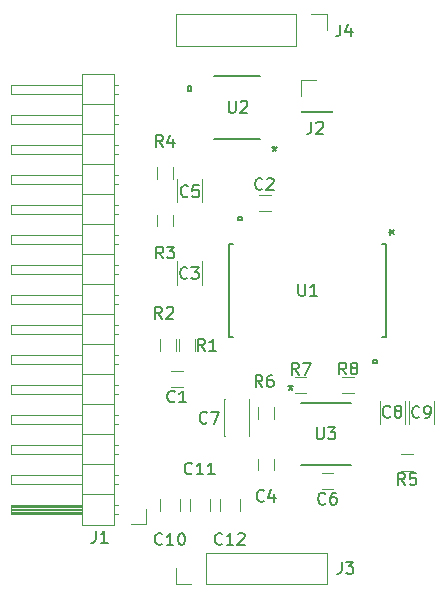
<source format=gto>
%TF.GenerationSoftware,KiCad,Pcbnew,(5.1.6-0-10_14)*%
%TF.CreationDate,2020-09-10T12:25:10+09:00*%
%TF.ProjectId,qPCR-photosensing,71504352-2d70-4686-9f74-6f73656e7369,rev?*%
%TF.SameCoordinates,Original*%
%TF.FileFunction,Legend,Top*%
%TF.FilePolarity,Positive*%
%FSLAX46Y46*%
G04 Gerber Fmt 4.6, Leading zero omitted, Abs format (unit mm)*
G04 Created by KiCad (PCBNEW (5.1.6-0-10_14)) date 2020-09-10 12:25:10*
%MOMM*%
%LPD*%
G01*
G04 APERTURE LIST*
%ADD10C,0.120000*%
%ADD11C,0.152400*%
%ADD12C,0.150000*%
G04 APERTURE END LIST*
D10*
%TO.C,C1*%
X91400000Y-93320000D02*
X92400000Y-93320000D01*
X92400000Y-94680000D02*
X91400000Y-94680000D01*
%TO.C,C2*%
X98870800Y-78358200D02*
X99870800Y-78358200D01*
X99870800Y-79718200D02*
X98870800Y-79718200D01*
%TO.C,C3*%
X91930000Y-86000000D02*
X91930000Y-84000000D01*
X94070000Y-84000000D02*
X94070000Y-86000000D01*
%TO.C,C4*%
X100124300Y-100705000D02*
X100124300Y-101705000D01*
X98764300Y-101705000D02*
X98764300Y-100705000D01*
%TO.C,C5*%
X94070000Y-77000000D02*
X94070000Y-79000000D01*
X91930000Y-79000000D02*
X91930000Y-77000000D01*
%TO.C,C6*%
X104169000Y-101939000D02*
X105169000Y-101939000D01*
X105169000Y-103299000D02*
X104169000Y-103299000D01*
%TO.C,C7*%
X97996000Y-95690000D02*
X98060000Y-95690000D01*
X95940000Y-95690000D02*
X96004000Y-95690000D01*
X97996000Y-98810000D02*
X98060000Y-98810000D01*
X95940000Y-98810000D02*
X96004000Y-98810000D01*
X98060000Y-98810000D02*
X98060000Y-95690000D01*
X95940000Y-98810000D02*
X95940000Y-95690000D01*
%TO.C,C8*%
X111233000Y-95821500D02*
X111233000Y-97821500D01*
X109093000Y-97821500D02*
X109093000Y-95821500D01*
%TO.C,C9*%
X111582000Y-97821500D02*
X111582000Y-95821500D01*
X113722000Y-95821500D02*
X113722000Y-97821500D01*
%TO.C,J1*%
X89270000Y-106270000D02*
X88000000Y-106270000D01*
X89270000Y-105000000D02*
X89270000Y-106270000D01*
X86957071Y-69060000D02*
X86560000Y-69060000D01*
X86957071Y-69820000D02*
X86560000Y-69820000D01*
X77900000Y-69060000D02*
X83900000Y-69060000D01*
X77900000Y-69820000D02*
X77900000Y-69060000D01*
X83900000Y-69820000D02*
X77900000Y-69820000D01*
X86560000Y-70710000D02*
X83900000Y-70710000D01*
X86957071Y-71600000D02*
X86560000Y-71600000D01*
X86957071Y-72360000D02*
X86560000Y-72360000D01*
X77900000Y-71600000D02*
X83900000Y-71600000D01*
X77900000Y-72360000D02*
X77900000Y-71600000D01*
X83900000Y-72360000D02*
X77900000Y-72360000D01*
X86560000Y-73250000D02*
X83900000Y-73250000D01*
X86957071Y-74140000D02*
X86560000Y-74140000D01*
X86957071Y-74900000D02*
X86560000Y-74900000D01*
X77900000Y-74140000D02*
X83900000Y-74140000D01*
X77900000Y-74900000D02*
X77900000Y-74140000D01*
X83900000Y-74900000D02*
X77900000Y-74900000D01*
X86560000Y-75790000D02*
X83900000Y-75790000D01*
X86957071Y-76680000D02*
X86560000Y-76680000D01*
X86957071Y-77440000D02*
X86560000Y-77440000D01*
X77900000Y-76680000D02*
X83900000Y-76680000D01*
X77900000Y-77440000D02*
X77900000Y-76680000D01*
X83900000Y-77440000D02*
X77900000Y-77440000D01*
X86560000Y-78330000D02*
X83900000Y-78330000D01*
X86957071Y-79220000D02*
X86560000Y-79220000D01*
X86957071Y-79980000D02*
X86560000Y-79980000D01*
X77900000Y-79220000D02*
X83900000Y-79220000D01*
X77900000Y-79980000D02*
X77900000Y-79220000D01*
X83900000Y-79980000D02*
X77900000Y-79980000D01*
X86560000Y-80870000D02*
X83900000Y-80870000D01*
X86957071Y-81760000D02*
X86560000Y-81760000D01*
X86957071Y-82520000D02*
X86560000Y-82520000D01*
X77900000Y-81760000D02*
X83900000Y-81760000D01*
X77900000Y-82520000D02*
X77900000Y-81760000D01*
X83900000Y-82520000D02*
X77900000Y-82520000D01*
X86560000Y-83410000D02*
X83900000Y-83410000D01*
X86957071Y-84300000D02*
X86560000Y-84300000D01*
X86957071Y-85060000D02*
X86560000Y-85060000D01*
X77900000Y-84300000D02*
X83900000Y-84300000D01*
X77900000Y-85060000D02*
X77900000Y-84300000D01*
X83900000Y-85060000D02*
X77900000Y-85060000D01*
X86560000Y-85950000D02*
X83900000Y-85950000D01*
X86957071Y-86840000D02*
X86560000Y-86840000D01*
X86957071Y-87600000D02*
X86560000Y-87600000D01*
X77900000Y-86840000D02*
X83900000Y-86840000D01*
X77900000Y-87600000D02*
X77900000Y-86840000D01*
X83900000Y-87600000D02*
X77900000Y-87600000D01*
X86560000Y-88490000D02*
X83900000Y-88490000D01*
X86957071Y-89380000D02*
X86560000Y-89380000D01*
X86957071Y-90140000D02*
X86560000Y-90140000D01*
X77900000Y-89380000D02*
X83900000Y-89380000D01*
X77900000Y-90140000D02*
X77900000Y-89380000D01*
X83900000Y-90140000D02*
X77900000Y-90140000D01*
X86560000Y-91030000D02*
X83900000Y-91030000D01*
X86957071Y-91920000D02*
X86560000Y-91920000D01*
X86957071Y-92680000D02*
X86560000Y-92680000D01*
X77900000Y-91920000D02*
X83900000Y-91920000D01*
X77900000Y-92680000D02*
X77900000Y-91920000D01*
X83900000Y-92680000D02*
X77900000Y-92680000D01*
X86560000Y-93570000D02*
X83900000Y-93570000D01*
X86957071Y-94460000D02*
X86560000Y-94460000D01*
X86957071Y-95220000D02*
X86560000Y-95220000D01*
X77900000Y-94460000D02*
X83900000Y-94460000D01*
X77900000Y-95220000D02*
X77900000Y-94460000D01*
X83900000Y-95220000D02*
X77900000Y-95220000D01*
X86560000Y-96110000D02*
X83900000Y-96110000D01*
X86957071Y-97000000D02*
X86560000Y-97000000D01*
X86957071Y-97760000D02*
X86560000Y-97760000D01*
X77900000Y-97000000D02*
X83900000Y-97000000D01*
X77900000Y-97760000D02*
X77900000Y-97000000D01*
X83900000Y-97760000D02*
X77900000Y-97760000D01*
X86560000Y-98650000D02*
X83900000Y-98650000D01*
X86957071Y-99540000D02*
X86560000Y-99540000D01*
X86957071Y-100300000D02*
X86560000Y-100300000D01*
X77900000Y-99540000D02*
X83900000Y-99540000D01*
X77900000Y-100300000D02*
X77900000Y-99540000D01*
X83900000Y-100300000D02*
X77900000Y-100300000D01*
X86560000Y-101190000D02*
X83900000Y-101190000D01*
X86957071Y-102080000D02*
X86560000Y-102080000D01*
X86957071Y-102840000D02*
X86560000Y-102840000D01*
X77900000Y-102080000D02*
X83900000Y-102080000D01*
X77900000Y-102840000D02*
X77900000Y-102080000D01*
X83900000Y-102840000D02*
X77900000Y-102840000D01*
X86560000Y-103730000D02*
X83900000Y-103730000D01*
X86890000Y-104620000D02*
X86560000Y-104620000D01*
X86890000Y-105380000D02*
X86560000Y-105380000D01*
X83900000Y-104720000D02*
X77900000Y-104720000D01*
X83900000Y-104840000D02*
X77900000Y-104840000D01*
X83900000Y-104960000D02*
X77900000Y-104960000D01*
X83900000Y-105080000D02*
X77900000Y-105080000D01*
X83900000Y-105200000D02*
X77900000Y-105200000D01*
X83900000Y-105320000D02*
X77900000Y-105320000D01*
X77900000Y-104620000D02*
X83900000Y-104620000D01*
X77900000Y-105380000D02*
X77900000Y-104620000D01*
X83900000Y-105380000D02*
X77900000Y-105380000D01*
X83900000Y-106330000D02*
X86560000Y-106330000D01*
X83900000Y-68110000D02*
X83900000Y-106330000D01*
X86560000Y-68110000D02*
X83900000Y-68110000D01*
X86560000Y-106330000D02*
X86560000Y-68110000D01*
%TO.C,J3*%
X91808000Y-111330000D02*
X91808000Y-110000000D01*
X93138000Y-111330000D02*
X91808000Y-111330000D01*
X94408000Y-111330000D02*
X94408000Y-108670000D01*
X94408000Y-108670000D02*
X104628000Y-108670000D01*
X94408000Y-111330000D02*
X104628000Y-111330000D01*
X104628000Y-111330000D02*
X104628000Y-108670000D01*
%TO.C,J4*%
X91808000Y-63110000D02*
X91808000Y-65770000D01*
X102028000Y-63110000D02*
X91808000Y-63110000D01*
X102028000Y-65770000D02*
X91808000Y-65770000D01*
X102028000Y-63110000D02*
X102028000Y-65770000D01*
X103298000Y-63110000D02*
X104628000Y-63110000D01*
X104628000Y-63110000D02*
X104628000Y-64440000D01*
%TO.C,R1*%
X92085600Y-91600000D02*
X92085600Y-90600000D01*
X93445600Y-90600000D02*
X93445600Y-91600000D01*
%TO.C,R2*%
X90510800Y-91600000D02*
X90510800Y-90600000D01*
X91870800Y-90600000D02*
X91870800Y-91600000D01*
%TO.C,R3*%
X91555100Y-80057800D02*
X91555100Y-81057800D01*
X90195100Y-81057800D02*
X90195100Y-80057800D01*
%TO.C,R4*%
X91555100Y-76019200D02*
X91555100Y-77019200D01*
X90195100Y-77019200D02*
X90195100Y-76019200D01*
%TO.C,R5*%
X110900000Y-100364000D02*
X111900000Y-100364000D01*
X111900000Y-101724000D02*
X110900000Y-101724000D01*
%TO.C,R6*%
X98764300Y-97378900D02*
X98764300Y-96378900D01*
X100124300Y-96378900D02*
X100124300Y-97378900D01*
%TO.C,R7*%
X101891000Y-93785900D02*
X102891000Y-93785900D01*
X102891000Y-95145900D02*
X101891000Y-95145900D01*
%TO.C,R8*%
X105922000Y-93785900D02*
X106922000Y-93785900D01*
X106922000Y-95145900D02*
X105922000Y-95145900D01*
D11*
%TO.C,U1*%
X96340600Y-82530700D02*
X96340600Y-90379300D01*
X96340600Y-90379300D02*
X96642860Y-90379300D01*
X109599400Y-90379300D02*
X109599400Y-82530700D01*
X109599400Y-82530700D02*
X109297140Y-82530700D01*
X96642860Y-82530700D02*
X96340600Y-82530700D01*
X109297140Y-90379300D02*
X109599400Y-90379300D01*
X97445500Y-80270100D02*
X97064500Y-80270100D01*
X97064500Y-80270100D02*
X97064500Y-80524100D01*
X97064500Y-80524100D02*
X97445500Y-80524100D01*
X97445500Y-80524100D02*
X97445500Y-80270100D01*
X108875500Y-92639900D02*
X108494500Y-92639900D01*
X108494500Y-92639900D02*
X108494500Y-92385900D01*
X108494500Y-92385900D02*
X108875500Y-92385900D01*
X108875500Y-92385900D02*
X108875500Y-92639900D01*
%TO.C,U2*%
X98941024Y-68320300D02*
X95058976Y-68320300D01*
X95058976Y-73679700D02*
X98941024Y-73679700D01*
X92834400Y-69565499D02*
X92834400Y-69184499D01*
X92834400Y-69184499D02*
X93088400Y-69184499D01*
X93088400Y-69184499D02*
X93088400Y-69565499D01*
X93088400Y-69565499D02*
X92834400Y-69565499D01*
%TO.C,U3*%
X102403100Y-101235000D02*
X106644900Y-101235000D01*
X106644900Y-95977200D02*
X102403100Y-95977200D01*
D10*
%TO.C,J2*%
X102391000Y-68670000D02*
X103721000Y-68670000D01*
X102391000Y-70000000D02*
X102391000Y-68670000D01*
X102391000Y-71270000D02*
X105051000Y-71270000D01*
X105051000Y-71270000D02*
X105051000Y-71330000D01*
X102391000Y-71270000D02*
X102391000Y-71330000D01*
X102391000Y-71330000D02*
X105051000Y-71330000D01*
%TO.C,C10*%
X90463000Y-104123000D02*
X90463000Y-105123000D01*
X92163000Y-105123000D02*
X92163000Y-104123000D01*
%TO.C,C11*%
X94703000Y-105123000D02*
X94703000Y-104123000D01*
X93003000Y-104123000D02*
X93003000Y-105123000D01*
%TO.C,C12*%
X95543000Y-104123000D02*
X95543000Y-105123000D01*
X97243000Y-105123000D02*
X97243000Y-104123000D01*
%TO.C,C1*%
D12*
X91738153Y-95863682D02*
X91690534Y-95911301D01*
X91547677Y-95958920D01*
X91452439Y-95958920D01*
X91309581Y-95911301D01*
X91214343Y-95816063D01*
X91166724Y-95720825D01*
X91119105Y-95530349D01*
X91119105Y-95387492D01*
X91166724Y-95197016D01*
X91214343Y-95101778D01*
X91309581Y-95006540D01*
X91452439Y-94958920D01*
X91547677Y-94958920D01*
X91690534Y-95006540D01*
X91738153Y-95054159D01*
X92690534Y-95958920D02*
X92119105Y-95958920D01*
X92404820Y-95958920D02*
X92404820Y-94958920D01*
X92309581Y-95101778D01*
X92214343Y-95197016D01*
X92119105Y-95244635D01*
%TO.C,C2*%
X99154953Y-77865242D02*
X99107334Y-77912861D01*
X98964477Y-77960480D01*
X98869239Y-77960480D01*
X98726381Y-77912861D01*
X98631143Y-77817623D01*
X98583524Y-77722385D01*
X98535905Y-77531909D01*
X98535905Y-77389052D01*
X98583524Y-77198576D01*
X98631143Y-77103338D01*
X98726381Y-77008100D01*
X98869239Y-76960480D01*
X98964477Y-76960480D01*
X99107334Y-77008100D01*
X99154953Y-77055719D01*
X99535905Y-77055719D02*
X99583524Y-77008100D01*
X99678762Y-76960480D01*
X99916858Y-76960480D01*
X100012096Y-77008100D01*
X100059715Y-77055719D01*
X100107334Y-77150957D01*
X100107334Y-77246195D01*
X100059715Y-77389052D01*
X99488286Y-77960480D01*
X100107334Y-77960480D01*
%TO.C,C3*%
X92797333Y-85401422D02*
X92749714Y-85449041D01*
X92606857Y-85496660D01*
X92511619Y-85496660D01*
X92368761Y-85449041D01*
X92273523Y-85353803D01*
X92225904Y-85258565D01*
X92178285Y-85068089D01*
X92178285Y-84925232D01*
X92225904Y-84734756D01*
X92273523Y-84639518D01*
X92368761Y-84544280D01*
X92511619Y-84496660D01*
X92606857Y-84496660D01*
X92749714Y-84544280D01*
X92797333Y-84591899D01*
X93130666Y-84496660D02*
X93749714Y-84496660D01*
X93416380Y-84877613D01*
X93559238Y-84877613D01*
X93654476Y-84925232D01*
X93702095Y-84972851D01*
X93749714Y-85068089D01*
X93749714Y-85306184D01*
X93702095Y-85401422D01*
X93654476Y-85449041D01*
X93559238Y-85496660D01*
X93273523Y-85496660D01*
X93178285Y-85449041D01*
X93130666Y-85401422D01*
%TO.C,C4*%
X99289573Y-104266002D02*
X99241954Y-104313621D01*
X99099097Y-104361240D01*
X99003859Y-104361240D01*
X98861001Y-104313621D01*
X98765763Y-104218383D01*
X98718144Y-104123145D01*
X98670525Y-103932669D01*
X98670525Y-103789812D01*
X98718144Y-103599336D01*
X98765763Y-103504098D01*
X98861001Y-103408860D01*
X99003859Y-103361240D01*
X99099097Y-103361240D01*
X99241954Y-103408860D01*
X99289573Y-103456479D01*
X100146716Y-103694574D02*
X100146716Y-104361240D01*
X99908620Y-103313621D02*
X99670525Y-104027907D01*
X100289573Y-104027907D01*
%TO.C,C5*%
X92848133Y-78477382D02*
X92800514Y-78525001D01*
X92657657Y-78572620D01*
X92562419Y-78572620D01*
X92419561Y-78525001D01*
X92324323Y-78429763D01*
X92276704Y-78334525D01*
X92229085Y-78144049D01*
X92229085Y-78001192D01*
X92276704Y-77810716D01*
X92324323Y-77715478D01*
X92419561Y-77620240D01*
X92562419Y-77572620D01*
X92657657Y-77572620D01*
X92800514Y-77620240D01*
X92848133Y-77667859D01*
X93752895Y-77572620D02*
X93276704Y-77572620D01*
X93229085Y-78048811D01*
X93276704Y-78001192D01*
X93371942Y-77953573D01*
X93610038Y-77953573D01*
X93705276Y-78001192D01*
X93752895Y-78048811D01*
X93800514Y-78144049D01*
X93800514Y-78382144D01*
X93752895Y-78477382D01*
X93705276Y-78525001D01*
X93610038Y-78572620D01*
X93371942Y-78572620D01*
X93276704Y-78525001D01*
X93229085Y-78477382D01*
%TO.C,C6*%
X104499113Y-104504762D02*
X104451494Y-104552381D01*
X104308637Y-104600000D01*
X104213399Y-104600000D01*
X104070541Y-104552381D01*
X103975303Y-104457143D01*
X103927684Y-104361905D01*
X103880065Y-104171429D01*
X103880065Y-104028572D01*
X103927684Y-103838096D01*
X103975303Y-103742858D01*
X104070541Y-103647620D01*
X104213399Y-103600000D01*
X104308637Y-103600000D01*
X104451494Y-103647620D01*
X104499113Y-103695239D01*
X105356256Y-103600000D02*
X105165780Y-103600000D01*
X105070541Y-103647620D01*
X105022922Y-103695239D01*
X104927684Y-103838096D01*
X104880065Y-104028572D01*
X104880065Y-104409524D01*
X104927684Y-104504762D01*
X104975303Y-104552381D01*
X105070541Y-104600000D01*
X105261018Y-104600000D01*
X105356256Y-104552381D01*
X105403875Y-104504762D01*
X105451494Y-104409524D01*
X105451494Y-104171429D01*
X105403875Y-104076191D01*
X105356256Y-104028572D01*
X105261018Y-103980953D01*
X105070541Y-103980953D01*
X104975303Y-104028572D01*
X104927684Y-104076191D01*
X104880065Y-104171429D01*
%TO.C,C7*%
X94453413Y-97654382D02*
X94405794Y-97702001D01*
X94262937Y-97749620D01*
X94167699Y-97749620D01*
X94024841Y-97702001D01*
X93929603Y-97606763D01*
X93881984Y-97511525D01*
X93834365Y-97321049D01*
X93834365Y-97178192D01*
X93881984Y-96987716D01*
X93929603Y-96892478D01*
X94024841Y-96797240D01*
X94167699Y-96749620D01*
X94262937Y-96749620D01*
X94405794Y-96797240D01*
X94453413Y-96844859D01*
X94786746Y-96749620D02*
X95453413Y-96749620D01*
X95024841Y-97749620D01*
%TO.C,C8*%
X109972813Y-97141302D02*
X109925194Y-97188921D01*
X109782337Y-97236540D01*
X109687099Y-97236540D01*
X109544241Y-97188921D01*
X109449003Y-97093683D01*
X109401384Y-96998445D01*
X109353765Y-96807969D01*
X109353765Y-96665112D01*
X109401384Y-96474636D01*
X109449003Y-96379398D01*
X109544241Y-96284160D01*
X109687099Y-96236540D01*
X109782337Y-96236540D01*
X109925194Y-96284160D01*
X109972813Y-96331779D01*
X110544241Y-96665112D02*
X110449003Y-96617493D01*
X110401384Y-96569874D01*
X110353765Y-96474636D01*
X110353765Y-96427017D01*
X110401384Y-96331779D01*
X110449003Y-96284160D01*
X110544241Y-96236540D01*
X110734718Y-96236540D01*
X110829956Y-96284160D01*
X110877575Y-96331779D01*
X110925194Y-96427017D01*
X110925194Y-96474636D01*
X110877575Y-96569874D01*
X110829956Y-96617493D01*
X110734718Y-96665112D01*
X110544241Y-96665112D01*
X110449003Y-96712731D01*
X110401384Y-96760350D01*
X110353765Y-96855588D01*
X110353765Y-97046064D01*
X110401384Y-97141302D01*
X110449003Y-97188921D01*
X110544241Y-97236540D01*
X110734718Y-97236540D01*
X110829956Y-97188921D01*
X110877575Y-97141302D01*
X110925194Y-97046064D01*
X110925194Y-96855588D01*
X110877575Y-96760350D01*
X110829956Y-96712731D01*
X110734718Y-96665112D01*
%TO.C,C9*%
X112451853Y-97179402D02*
X112404234Y-97227021D01*
X112261377Y-97274640D01*
X112166139Y-97274640D01*
X112023281Y-97227021D01*
X111928043Y-97131783D01*
X111880424Y-97036545D01*
X111832805Y-96846069D01*
X111832805Y-96703212D01*
X111880424Y-96512736D01*
X111928043Y-96417498D01*
X112023281Y-96322260D01*
X112166139Y-96274640D01*
X112261377Y-96274640D01*
X112404234Y-96322260D01*
X112451853Y-96369879D01*
X112928043Y-97274640D02*
X113118520Y-97274640D01*
X113213758Y-97227021D01*
X113261377Y-97179402D01*
X113356615Y-97036545D01*
X113404234Y-96846069D01*
X113404234Y-96465117D01*
X113356615Y-96369879D01*
X113308996Y-96322260D01*
X113213758Y-96274640D01*
X113023281Y-96274640D01*
X112928043Y-96322260D01*
X112880424Y-96369879D01*
X112832805Y-96465117D01*
X112832805Y-96703212D01*
X112880424Y-96798450D01*
X112928043Y-96846069D01*
X113023281Y-96893688D01*
X113213758Y-96893688D01*
X113308996Y-96846069D01*
X113356615Y-96798450D01*
X113404234Y-96703212D01*
%TO.C,J1*%
X85058926Y-106815640D02*
X85058926Y-107529926D01*
X85011307Y-107672783D01*
X84916069Y-107768021D01*
X84773212Y-107815640D01*
X84677974Y-107815640D01*
X86058926Y-107815640D02*
X85487498Y-107815640D01*
X85773212Y-107815640D02*
X85773212Y-106815640D01*
X85677974Y-106958498D01*
X85582736Y-107053736D01*
X85487498Y-107101355D01*
%TO.C,J3*%
X105864066Y-109457240D02*
X105864066Y-110171526D01*
X105816447Y-110314383D01*
X105721209Y-110409621D01*
X105578352Y-110457240D01*
X105483114Y-110457240D01*
X106245019Y-109457240D02*
X106864066Y-109457240D01*
X106530733Y-109838193D01*
X106673590Y-109838193D01*
X106768828Y-109885812D01*
X106816447Y-109933431D01*
X106864066Y-110028669D01*
X106864066Y-110266764D01*
X106816447Y-110362002D01*
X106768828Y-110409621D01*
X106673590Y-110457240D01*
X106387876Y-110457240D01*
X106292638Y-110409621D01*
X106245019Y-110362002D01*
%TO.C,J4*%
X105742146Y-63958220D02*
X105742146Y-64672506D01*
X105694527Y-64815363D01*
X105599289Y-64910601D01*
X105456432Y-64958220D01*
X105361194Y-64958220D01*
X106646908Y-64291554D02*
X106646908Y-64958220D01*
X106408813Y-63910601D02*
X106170718Y-64624887D01*
X106789765Y-64624887D01*
%TO.C,R1*%
X94293393Y-91572340D02*
X93960060Y-91096150D01*
X93721964Y-91572340D02*
X93721964Y-90572340D01*
X94102917Y-90572340D01*
X94198155Y-90619960D01*
X94245774Y-90667579D01*
X94293393Y-90762817D01*
X94293393Y-90905674D01*
X94245774Y-91000912D01*
X94198155Y-91048531D01*
X94102917Y-91096150D01*
X93721964Y-91096150D01*
X95245774Y-91572340D02*
X94674345Y-91572340D01*
X94960060Y-91572340D02*
X94960060Y-90572340D01*
X94864821Y-90715198D01*
X94769583Y-90810436D01*
X94674345Y-90858055D01*
%TO.C,R2*%
X90661193Y-88854540D02*
X90327860Y-88378350D01*
X90089764Y-88854540D02*
X90089764Y-87854540D01*
X90470717Y-87854540D01*
X90565955Y-87902160D01*
X90613574Y-87949779D01*
X90661193Y-88045017D01*
X90661193Y-88187874D01*
X90613574Y-88283112D01*
X90565955Y-88330731D01*
X90470717Y-88378350D01*
X90089764Y-88378350D01*
X91042145Y-87949779D02*
X91089764Y-87902160D01*
X91185002Y-87854540D01*
X91423098Y-87854540D01*
X91518336Y-87902160D01*
X91565955Y-87949779D01*
X91613574Y-88045017D01*
X91613574Y-88140255D01*
X91565955Y-88283112D01*
X90994526Y-88854540D01*
X91613574Y-88854540D01*
%TO.C,R3*%
X90755173Y-83764380D02*
X90421840Y-83288190D01*
X90183744Y-83764380D02*
X90183744Y-82764380D01*
X90564697Y-82764380D01*
X90659935Y-82812000D01*
X90707554Y-82859619D01*
X90755173Y-82954857D01*
X90755173Y-83097714D01*
X90707554Y-83192952D01*
X90659935Y-83240571D01*
X90564697Y-83288190D01*
X90183744Y-83288190D01*
X91088506Y-82764380D02*
X91707554Y-82764380D01*
X91374220Y-83145333D01*
X91517078Y-83145333D01*
X91612316Y-83192952D01*
X91659935Y-83240571D01*
X91707554Y-83335809D01*
X91707554Y-83573904D01*
X91659935Y-83669142D01*
X91612316Y-83716761D01*
X91517078Y-83764380D01*
X91231363Y-83764380D01*
X91136125Y-83716761D01*
X91088506Y-83669142D01*
%TO.C,R4*%
X90732313Y-74325740D02*
X90398980Y-73849550D01*
X90160884Y-74325740D02*
X90160884Y-73325740D01*
X90541837Y-73325740D01*
X90637075Y-73373360D01*
X90684694Y-73420979D01*
X90732313Y-73516217D01*
X90732313Y-73659074D01*
X90684694Y-73754312D01*
X90637075Y-73801931D01*
X90541837Y-73849550D01*
X90160884Y-73849550D01*
X91589456Y-73659074D02*
X91589456Y-74325740D01*
X91351360Y-73278121D02*
X91113265Y-73992407D01*
X91732313Y-73992407D01*
%TO.C,R5*%
X111233333Y-102946380D02*
X110900000Y-102470190D01*
X110661904Y-102946380D02*
X110661904Y-101946380D01*
X111042857Y-101946380D01*
X111138095Y-101994000D01*
X111185714Y-102041619D01*
X111233333Y-102136857D01*
X111233333Y-102279714D01*
X111185714Y-102374952D01*
X111138095Y-102422571D01*
X111042857Y-102470190D01*
X110661904Y-102470190D01*
X112138095Y-101946380D02*
X111661904Y-101946380D01*
X111614285Y-102422571D01*
X111661904Y-102374952D01*
X111757142Y-102327333D01*
X111995238Y-102327333D01*
X112090476Y-102374952D01*
X112138095Y-102422571D01*
X112185714Y-102517809D01*
X112185714Y-102755904D01*
X112138095Y-102851142D01*
X112090476Y-102898761D01*
X111995238Y-102946380D01*
X111757142Y-102946380D01*
X111661904Y-102898761D01*
X111614285Y-102851142D01*
%TO.C,R6*%
X99144793Y-94645740D02*
X98811460Y-94169550D01*
X98573364Y-94645740D02*
X98573364Y-93645740D01*
X98954317Y-93645740D01*
X99049555Y-93693360D01*
X99097174Y-93740979D01*
X99144793Y-93836217D01*
X99144793Y-93979074D01*
X99097174Y-94074312D01*
X99049555Y-94121931D01*
X98954317Y-94169550D01*
X98573364Y-94169550D01*
X100001936Y-93645740D02*
X99811460Y-93645740D01*
X99716221Y-93693360D01*
X99668602Y-93740979D01*
X99573364Y-93883836D01*
X99525745Y-94074312D01*
X99525745Y-94455264D01*
X99573364Y-94550502D01*
X99620983Y-94598121D01*
X99716221Y-94645740D01*
X99906698Y-94645740D01*
X100001936Y-94598121D01*
X100049555Y-94550502D01*
X100097174Y-94455264D01*
X100097174Y-94217169D01*
X100049555Y-94121931D01*
X100001936Y-94074312D01*
X99906698Y-94026693D01*
X99716221Y-94026693D01*
X99620983Y-94074312D01*
X99573364Y-94121931D01*
X99525745Y-94217169D01*
%TO.C,R7*%
X102233433Y-93604340D02*
X101900100Y-93128150D01*
X101662004Y-93604340D02*
X101662004Y-92604340D01*
X102042957Y-92604340D01*
X102138195Y-92651960D01*
X102185814Y-92699579D01*
X102233433Y-92794817D01*
X102233433Y-92937674D01*
X102185814Y-93032912D01*
X102138195Y-93080531D01*
X102042957Y-93128150D01*
X101662004Y-93128150D01*
X102566766Y-92604340D02*
X103233433Y-92604340D01*
X102804861Y-93604340D01*
%TO.C,R8*%
X106251713Y-93589100D02*
X105918380Y-93112910D01*
X105680284Y-93589100D02*
X105680284Y-92589100D01*
X106061237Y-92589100D01*
X106156475Y-92636720D01*
X106204094Y-92684339D01*
X106251713Y-92779577D01*
X106251713Y-92922434D01*
X106204094Y-93017672D01*
X106156475Y-93065291D01*
X106061237Y-93112910D01*
X105680284Y-93112910D01*
X106823141Y-93017672D02*
X106727903Y-92970053D01*
X106680284Y-92922434D01*
X106632665Y-92827196D01*
X106632665Y-92779577D01*
X106680284Y-92684339D01*
X106727903Y-92636720D01*
X106823141Y-92589100D01*
X107013618Y-92589100D01*
X107108856Y-92636720D01*
X107156475Y-92684339D01*
X107204094Y-92779577D01*
X107204094Y-92827196D01*
X107156475Y-92922434D01*
X107108856Y-92970053D01*
X107013618Y-93017672D01*
X106823141Y-93017672D01*
X106727903Y-93065291D01*
X106680284Y-93112910D01*
X106632665Y-93208148D01*
X106632665Y-93398624D01*
X106680284Y-93493862D01*
X106727903Y-93541481D01*
X106823141Y-93589100D01*
X107013618Y-93589100D01*
X107108856Y-93541481D01*
X107156475Y-93493862D01*
X107204094Y-93398624D01*
X107204094Y-93208148D01*
X107156475Y-93112910D01*
X107108856Y-93065291D01*
X107013618Y-93017672D01*
%TO.C,U1*%
X102199535Y-85913980D02*
X102199535Y-86723504D01*
X102247154Y-86818742D01*
X102294773Y-86866361D01*
X102390011Y-86913980D01*
X102580487Y-86913980D01*
X102675725Y-86866361D01*
X102723344Y-86818742D01*
X102770963Y-86723504D01*
X102770963Y-85913980D01*
X103770963Y-86913980D02*
X103199535Y-86913980D01*
X103485249Y-86913980D02*
X103485249Y-85913980D01*
X103390011Y-86056838D01*
X103294773Y-86152076D01*
X103199535Y-86199695D01*
X109839180Y-81514700D02*
X110077276Y-81514700D01*
X109982038Y-81752795D02*
X110077276Y-81514700D01*
X109982038Y-81276604D01*
X110267752Y-81657557D02*
X110077276Y-81514700D01*
X110267752Y-81371842D01*
X109839180Y-81514700D02*
X110077276Y-81514700D01*
X109982038Y-81752795D02*
X110077276Y-81514700D01*
X109982038Y-81276604D01*
X110267752Y-81657557D02*
X110077276Y-81514700D01*
X110267752Y-81371842D01*
%TO.C,U2*%
X96311815Y-70425060D02*
X96311815Y-71234584D01*
X96359434Y-71329822D01*
X96407053Y-71377441D01*
X96502291Y-71425060D01*
X96692767Y-71425060D01*
X96788005Y-71377441D01*
X96835624Y-71329822D01*
X96883243Y-71234584D01*
X96883243Y-70425060D01*
X97311815Y-70520299D02*
X97359434Y-70472680D01*
X97454672Y-70425060D01*
X97692767Y-70425060D01*
X97788005Y-70472680D01*
X97835624Y-70520299D01*
X97883243Y-70615537D01*
X97883243Y-70710775D01*
X97835624Y-70853632D01*
X97264196Y-71425060D01*
X97883243Y-71425060D01*
X100175000Y-74225981D02*
X100175000Y-74464077D01*
X99936904Y-74368839D02*
X100175000Y-74464077D01*
X100413095Y-74368839D01*
X100032142Y-74654553D02*
X100175000Y-74464077D01*
X100317857Y-74654553D01*
X100175000Y-74225981D02*
X100175000Y-74464077D01*
X99936904Y-74368839D02*
X100175000Y-74464077D01*
X100413095Y-74368839D01*
X100032142Y-74654553D02*
X100175000Y-74464077D01*
X100317857Y-74654553D01*
%TO.C,U3*%
X103762095Y-98058480D02*
X103762095Y-98868004D01*
X103809714Y-98963242D01*
X103857333Y-99010861D01*
X103952571Y-99058480D01*
X104143047Y-99058480D01*
X104238285Y-99010861D01*
X104285904Y-98963242D01*
X104333523Y-98868004D01*
X104333523Y-98058480D01*
X104714476Y-98058480D02*
X105333523Y-98058480D01*
X105000190Y-98439433D01*
X105143047Y-98439433D01*
X105238285Y-98487052D01*
X105285904Y-98534671D01*
X105333523Y-98629909D01*
X105333523Y-98868004D01*
X105285904Y-98963242D01*
X105238285Y-99010861D01*
X105143047Y-99058480D01*
X104857333Y-99058480D01*
X104762095Y-99010861D01*
X104714476Y-98963242D01*
X101545850Y-94451680D02*
X101545850Y-94689776D01*
X101307754Y-94594538D02*
X101545850Y-94689776D01*
X101783945Y-94594538D01*
X101402992Y-94880252D02*
X101545850Y-94689776D01*
X101688707Y-94880252D01*
X101545850Y-94451680D02*
X101545850Y-94689776D01*
X101307754Y-94594538D02*
X101545850Y-94689776D01*
X101783945Y-94594538D01*
X101402992Y-94880252D02*
X101545850Y-94689776D01*
X101688707Y-94880252D01*
%TO.C,J2*%
X103303746Y-72197980D02*
X103303746Y-72912266D01*
X103256127Y-73055123D01*
X103160889Y-73150361D01*
X103018032Y-73197980D01*
X102922794Y-73197980D01*
X103732318Y-72293219D02*
X103779937Y-72245600D01*
X103875175Y-72197980D01*
X104113270Y-72197980D01*
X104208508Y-72245600D01*
X104256127Y-72293219D01*
X104303746Y-72388457D01*
X104303746Y-72483695D01*
X104256127Y-72626552D01*
X103684699Y-73197980D01*
X104303746Y-73197980D01*
%TO.C,C10*%
X90675222Y-107936302D02*
X90627603Y-107983921D01*
X90484746Y-108031540D01*
X90389508Y-108031540D01*
X90246651Y-107983921D01*
X90151413Y-107888683D01*
X90103794Y-107793445D01*
X90056175Y-107602969D01*
X90056175Y-107460112D01*
X90103794Y-107269636D01*
X90151413Y-107174398D01*
X90246651Y-107079160D01*
X90389508Y-107031540D01*
X90484746Y-107031540D01*
X90627603Y-107079160D01*
X90675222Y-107126779D01*
X91627603Y-108031540D02*
X91056175Y-108031540D01*
X91341889Y-108031540D02*
X91341889Y-107031540D01*
X91246651Y-107174398D01*
X91151413Y-107269636D01*
X91056175Y-107317255D01*
X92246651Y-107031540D02*
X92341889Y-107031540D01*
X92437127Y-107079160D01*
X92484746Y-107126779D01*
X92532365Y-107222017D01*
X92579984Y-107412493D01*
X92579984Y-107650588D01*
X92532365Y-107841064D01*
X92484746Y-107936302D01*
X92437127Y-107983921D01*
X92341889Y-108031540D01*
X92246651Y-108031540D01*
X92151413Y-107983921D01*
X92103794Y-107936302D01*
X92056175Y-107841064D01*
X92008556Y-107650588D01*
X92008556Y-107412493D01*
X92056175Y-107222017D01*
X92103794Y-107126779D01*
X92151413Y-107079160D01*
X92246651Y-107031540D01*
%TO.C,C11*%
X93199982Y-101949522D02*
X93152363Y-101997141D01*
X93009506Y-102044760D01*
X92914268Y-102044760D01*
X92771411Y-101997141D01*
X92676173Y-101901903D01*
X92628554Y-101806665D01*
X92580935Y-101616189D01*
X92580935Y-101473332D01*
X92628554Y-101282856D01*
X92676173Y-101187618D01*
X92771411Y-101092380D01*
X92914268Y-101044760D01*
X93009506Y-101044760D01*
X93152363Y-101092380D01*
X93199982Y-101139999D01*
X94152363Y-102044760D02*
X93580935Y-102044760D01*
X93866649Y-102044760D02*
X93866649Y-101044760D01*
X93771411Y-101187618D01*
X93676173Y-101282856D01*
X93580935Y-101330475D01*
X95104744Y-102044760D02*
X94533316Y-102044760D01*
X94819030Y-102044760D02*
X94819030Y-101044760D01*
X94723792Y-101187618D01*
X94628554Y-101282856D01*
X94533316Y-101330475D01*
%TO.C,C12*%
X95752682Y-107910902D02*
X95705063Y-107958521D01*
X95562206Y-108006140D01*
X95466968Y-108006140D01*
X95324111Y-107958521D01*
X95228873Y-107863283D01*
X95181254Y-107768045D01*
X95133635Y-107577569D01*
X95133635Y-107434712D01*
X95181254Y-107244236D01*
X95228873Y-107148998D01*
X95324111Y-107053760D01*
X95466968Y-107006140D01*
X95562206Y-107006140D01*
X95705063Y-107053760D01*
X95752682Y-107101379D01*
X96705063Y-108006140D02*
X96133635Y-108006140D01*
X96419349Y-108006140D02*
X96419349Y-107006140D01*
X96324111Y-107148998D01*
X96228873Y-107244236D01*
X96133635Y-107291855D01*
X97086016Y-107101379D02*
X97133635Y-107053760D01*
X97228873Y-107006140D01*
X97466968Y-107006140D01*
X97562206Y-107053760D01*
X97609825Y-107101379D01*
X97657444Y-107196617D01*
X97657444Y-107291855D01*
X97609825Y-107434712D01*
X97038397Y-108006140D01*
X97657444Y-108006140D01*
%TD*%
M02*

</source>
